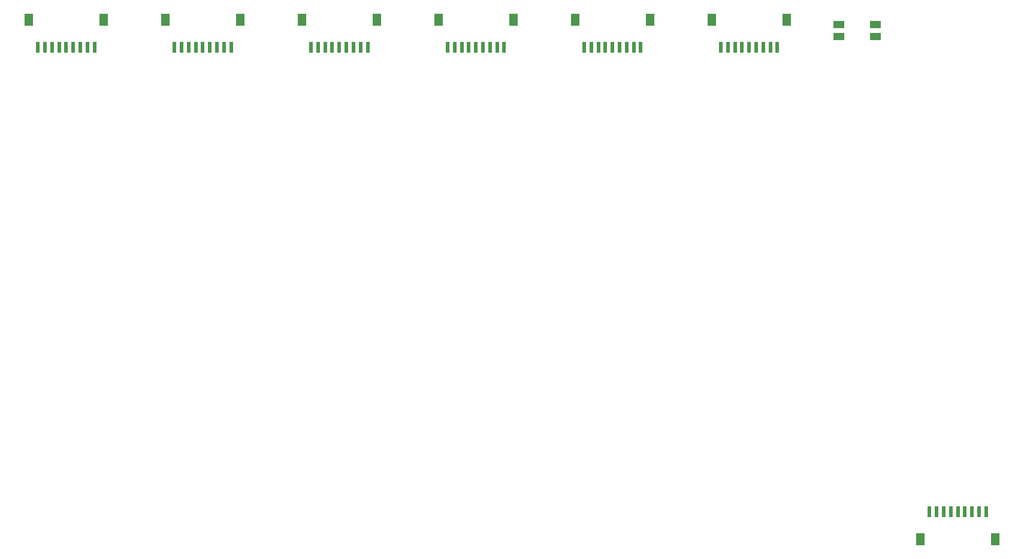
<source format=gbp>
G04 #@! TF.GenerationSoftware,KiCad,Pcbnew,7.0.8*
G04 #@! TF.CreationDate,2023-10-17T10:34:50-07:00*
G04 #@! TF.ProjectId,Seismos_CoreL,53656973-6d6f-4735-9f43-6f72654c2e6b,rev?*
G04 #@! TF.SameCoordinates,Original*
G04 #@! TF.FileFunction,Paste,Bot*
G04 #@! TF.FilePolarity,Positive*
%FSLAX46Y46*%
G04 Gerber Fmt 4.6, Leading zero omitted, Abs format (unit mm)*
G04 Created by KiCad (PCBNEW 7.0.8) date 2023-10-17 10:34:50*
%MOMM*%
%LPD*%
G01*
G04 APERTURE LIST*
%ADD10R,0.600000X1.550000*%
%ADD11R,1.200000X1.800000*%
%ADD12R,1.550000X1.000000*%
G04 APERTURE END LIST*
D10*
X35500000Y-25375000D03*
X36500000Y-25375000D03*
X37500000Y-25375000D03*
X38500000Y-25375000D03*
X39500000Y-25375000D03*
X40500000Y-25375000D03*
X41500000Y-25375000D03*
X42500000Y-25375000D03*
X43500000Y-25375000D03*
D11*
X34200000Y-21500000D03*
X44800000Y-21500000D03*
D10*
X54800000Y-25375000D03*
X55800000Y-25375000D03*
X56800000Y-25375000D03*
X57800000Y-25375000D03*
X58800000Y-25375000D03*
X59800000Y-25375000D03*
X60800000Y-25375000D03*
X61800000Y-25375000D03*
X62800000Y-25375000D03*
D11*
X53500000Y-21500000D03*
X64100000Y-21500000D03*
D12*
X153887500Y-23899500D03*
X153887500Y-22199500D03*
X148687500Y-23899500D03*
X148687500Y-22199500D03*
D10*
X132000000Y-25375000D03*
X133000000Y-25375000D03*
X134000000Y-25375000D03*
X135000000Y-25375000D03*
X136000000Y-25375000D03*
X137000000Y-25375000D03*
X138000000Y-25375000D03*
X139000000Y-25375000D03*
X140000000Y-25375000D03*
D11*
X130700000Y-21500000D03*
X141300000Y-21500000D03*
D10*
X169500000Y-91125000D03*
X168500000Y-91125000D03*
X167500000Y-91125000D03*
X166500000Y-91125000D03*
X165500000Y-91125000D03*
X164500000Y-91125000D03*
X163500000Y-91125000D03*
X162500000Y-91125000D03*
X161500000Y-91125000D03*
D11*
X170800000Y-95000000D03*
X160200000Y-95000000D03*
D10*
X93400000Y-25375000D03*
X94400000Y-25375000D03*
X95400000Y-25375000D03*
X96400000Y-25375000D03*
X97400000Y-25375000D03*
X98400000Y-25375000D03*
X99400000Y-25375000D03*
X100400000Y-25375000D03*
X101400000Y-25375000D03*
D11*
X92100000Y-21500000D03*
X102700000Y-21500000D03*
D10*
X74100000Y-25375000D03*
X75100000Y-25375000D03*
X76100000Y-25375000D03*
X77100000Y-25375000D03*
X78100000Y-25375000D03*
X79100000Y-25375000D03*
X80100000Y-25375000D03*
X81100000Y-25375000D03*
X82100000Y-25375000D03*
D11*
X72800000Y-21500000D03*
X83400000Y-21500000D03*
D10*
X112700000Y-25375000D03*
X113700000Y-25375000D03*
X114700000Y-25375000D03*
X115700000Y-25375000D03*
X116700000Y-25375000D03*
X117700000Y-25375000D03*
X118700000Y-25375000D03*
X119700000Y-25375000D03*
X120700000Y-25375000D03*
D11*
X111400000Y-21500000D03*
X122000000Y-21500000D03*
M02*

</source>
